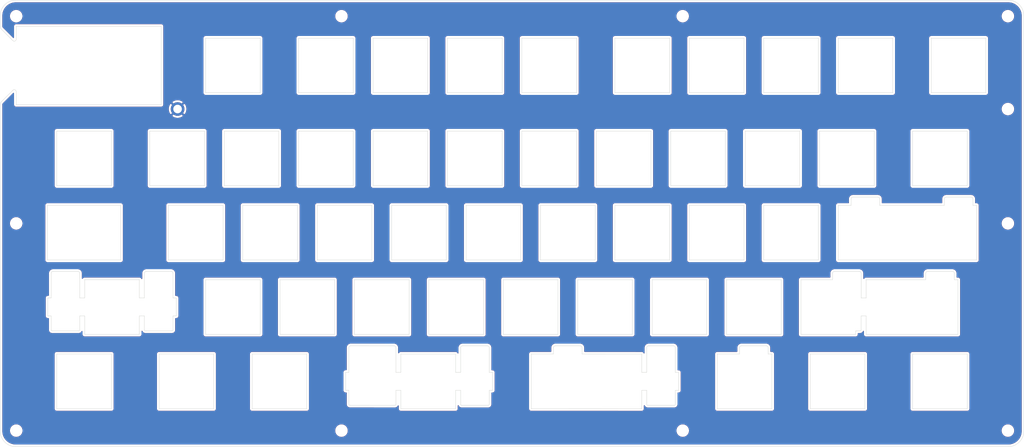
<source format=kicad_pcb>
(kicad_pcb (version 20171130) (host pcbnew "(5.1.9-0-10_14)")
  (layers (0 F.Cu signal) (31 B.Cu signal) (34 B.Paste user) (35 F.Paste user) (36 B.SilkS user) (37 F.SilkS user) (38 B.Mask user) (39 F.Mask user) (44 Edge.Cuts user))
  (net 0 "")
  (net 1 GND)
  (module _reviung-kbd:HOLE_2.2mm (layer F.Cu) (at 21.2325 87.335)
    (fp_text reference Ref** hide)
    (fp_text value Val** hide)
    (pad "" np_thru_hole circle (at 0 0) (size 2.2 2.2) (drill 2.2) (layers *.Cu *.Mask))
  )
  (module _reviung-kbd:HOLE_2.2mm (layer F.Cu) (at 21.2425 140.44)
    (fp_text reference Ref** hide)
    (fp_text value Val** hide)
    (pad "" np_thru_hole circle (at 0 0) (size 2.2 2.2) (drill 2.2) (layers *.Cu *.Mask))
  )
  (module _reviung-kbd:HOLE_2.2mm (layer F.Cu) (at 104.5 140.44)
    (fp_text reference Ref** hide)
    (fp_text value Val** hide)
    (pad "" np_thru_hole circle (at 0 0) (size 2.2 2.2) (drill 2.2) (layers *.Cu *.Mask))
  )
  (module _reviung-kbd:HOLE_2.2mm (layer F.Cu) (at 191.85 140.44)
    (fp_text reference Ref** hide)
    (fp_text value Val** hide)
    (pad "" np_thru_hole circle (at 0 0) (size 2.2 2.2) (drill 2.2) (layers *.Cu *.Mask))
  )
  (module _reviung-kbd:HOLE_2.2mm (layer F.Cu) (at 275.09 140.44)
    (fp_text reference Ref** hide)
    (fp_text value Val** hide)
    (pad "" np_thru_hole circle (at 0 0) (size 2.2 2.2) (drill 2.2) (layers *.Cu *.Mask))
  )
  (module _reviung-kbd:HOLE_2.2mm (layer F.Cu) (at 275.0925 87.335)
    (fp_text reference Ref** hide)
    (fp_text value Val** hide)
    (pad "" np_thru_hole circle (at 0 0) (size 2.2 2.2) (drill 2.2) (layers *.Cu *.Mask))
  )
  (module _reviung-kbd:HOLE_2.2mm (layer F.Cu) (at 275.092499 58.035007)
    (fp_text reference Ref** hide)
    (fp_text value Val** hide)
    (pad "" np_thru_hole circle (at 0 0) (size 2.2 2.2) (drill 2.2) (layers *.Cu *.Mask))
  )
  (module _reviung-kbd:HOLE_2.2mm (layer F.Cu) (at 275.09 34.23)
    (fp_text reference Ref** hide)
    (fp_text value Val** hide)
    (pad "" np_thru_hole circle (at 0 0) (size 2.2 2.2) (drill 2.2) (layers *.Cu *.Mask))
  )
  (module _reviung-kbd:HOLE_2.2mm (layer F.Cu) (at 191.842 34.23)
    (fp_text reference Ref** hide)
    (fp_text value Val** hide)
    (pad "" np_thru_hole circle (at 0 0) (size 2.2 2.2) (drill 2.2) (layers *.Cu *.Mask))
  )
  (module _reviung-kbd:HOLE_2.2mm (layer F.Cu) (at 104.5 34.23)
    (fp_text reference Ref** hide)
    (fp_text value Val** hide)
    (pad "" np_thru_hole circle (at 0 0) (size 2.2 2.2) (drill 2.2) (layers *.Cu *.Mask))
  )
  (module _reviung-kbd:HOLE_2.2mm (layer F.Cu) (at 21.2325 34.23)
    (fp_text reference Ref** hide)
    (fp_text value Val** hide)
    (pad "" np_thru_hole circle (at 0 0) (size 2.2 2.2) (drill 2.2) (layers *.Cu *.Mask))
  )
  (module MountingHole:MountingHole_2.2mm_M2_ISO7380_Pad (layer F.Cu) (at 62.542499 58.025007)
    (fp_text reference H1 hide)
    (fp_text value MountingHole_Pad)
    (pad 1 thru_hole circle (at 0 0) (size 3.5 3.5) (drill 2.2) (layers *.Cu *.Mask) (net 1 GND))
  )
  (gr_curve (pts (xy 279.177509 34.129747) (xy 279.177509 31.920612) (xy 277.386651 30.129754) (xy 275.177516 30.129754)) (layer Edge.Cuts) (width 0.088))
  (gr_curve (pts (xy 279.177509 140.54276) (xy 279.177509 140.54276) (xy 279.177509 34.129747) (xy 279.177509 34.129747)) (layer Edge.Cuts) (width 0.088))
  (gr_curve (pts (xy 275.177516 144.542753) (xy 277.386651 144.542753) (xy 279.177509 142.751895) (xy 279.177509 140.54276)) (layer Edge.Cuts) (width 0.088))
  (gr_curve (pts (xy 21.127519 144.542753) (xy 21.127519 144.542753) (xy 275.177516 144.542753) (xy 275.177516 144.542753)) (layer Edge.Cuts) (width 0.088))
  (gr_curve (pts (xy 17.127526 140.54276) (xy 17.127526 142.751895) (xy 18.918384 144.542753) (xy 21.127519 144.542753)) (layer Edge.Cuts) (width 0.088))
  (gr_curve (pts (xy 17.127526 56.869449) (xy 17.127526 56.869449) (xy 17.127526 140.54276) (xy 17.127526 140.54276)) (layer Edge.Cuts) (width 0.088))
  (gr_curve (pts (xy 17.42042 56.162343) (xy 17.232883 56.349879) (xy 17.127526 56.604233) (xy 17.127526 56.869449)) (layer Edge.Cuts) (width 0.088))
  (gr_curve (pts (xy 20.373486 53.209276) (xy 20.373486 53.209276) (xy 17.42042 56.162343) (xy 17.42042 56.162343)) (layer Edge.Cuts) (width 0.088))
  (gr_curve (pts (xy 21.227039 53.56283) (xy 21.227039 53.117377) (xy 20.688468 52.894294) (xy 20.373486 53.209276)) (layer Edge.Cuts) (width 0.088))
  (gr_curve (pts (xy 21.227039 56.880253) (xy 21.227039 56.880253) (xy 21.227039 53.56283) (xy 21.227039 53.56283)) (layer Edge.Cuts) (width 0.088))
  (gr_curve (pts (xy 58.336014 56.880253) (xy 58.336014 56.880253) (xy 21.227039 56.880253) (xy 21.227039 56.880253)) (layer Edge.Cuts) (width 0.088))
  (gr_curve (pts (xy 58.336014 36.830249) (xy 58.336014 36.830249) (xy 58.336014 56.880253) (xy 58.336014 56.880253)) (layer Edge.Cuts) (width 0.088))
  (gr_curve (pts (xy 21.227039 36.830249) (xy 21.227039 36.830249) (xy 58.336014 36.830249) (xy 58.336014 36.830249)) (layer Edge.Cuts) (width 0.088))
  (gr_curve (pts (xy 21.227039 40.147673) (xy 21.227039 40.147673) (xy 21.227039 36.830249) (xy 21.227039 36.830249)) (layer Edge.Cuts) (width 0.088))
  (gr_curve (pts (xy 20.373486 40.501226) (xy 20.688468 40.816208) (xy 21.227039 40.593125) (xy 21.227039 40.147673)) (layer Edge.Cuts) (width 0.088))
  (gr_curve (pts (xy 17.42042 37.54816) (xy 17.42042 37.54816) (xy 20.373486 40.501226) (xy 20.373486 40.501226)) (layer Edge.Cuts) (width 0.088))
  (gr_curve (pts (xy 17.127526 36.841053) (xy 17.127526 37.106269) (xy 17.232883 37.360623) (xy 17.42042 37.54816)) (layer Edge.Cuts) (width 0.088))
  (gr_curve (pts (xy 17.127526 34.129747) (xy 17.127526 34.129747) (xy 17.127526 36.841053) (xy 17.127526 36.841053)) (layer Edge.Cuts) (width 0.088))
  (gr_curve (pts (xy 21.127519 30.129754) (xy 18.918384 30.129754) (xy 17.127526 31.920612) (xy 17.127526 34.129747)) (layer Edge.Cuts) (width 0.088))
  (gr_curve (pts (xy 275.177516 30.129754) (xy 275.177516 30.129754) (xy 21.127519 30.129754) (xy 21.127519 30.129754)) (layer Edge.Cuts) (width 0.088))
  (gr_curve (pts (xy 250.690014 77.667485) (xy 250.690014 77.667485) (xy 250.690036 63.6675) (xy 250.690036 63.6675)) (layer Edge.Cuts) (width 0.088))
  (gr_curve (pts (xy 264.689999 77.667507) (xy 264.689999 77.667507) (xy 250.690014 77.667485) (xy 250.690014 77.667485)) (layer Edge.Cuts) (width 0.088))
  (gr_curve (pts (xy 264.690021 63.6675) (xy 264.690021 63.6675) (xy 264.689999 77.667507) (xy 264.689999 77.667507)) (layer Edge.Cuts) (width 0.088))
  (gr_curve (pts (xy 250.690036 63.6675) (xy 250.690036 63.6675) (xy 264.690021 63.6675) (xy 264.690021 63.6675)) (layer Edge.Cuts) (width 0.088))
  (gr_curve (pts (xy 231.640014 53.854985) (xy 231.640014 53.854985) (xy 231.640036 39.855) (xy 231.640036 39.855)) (layer Edge.Cuts) (width 0.088))
  (gr_curve (pts (xy 245.639999 53.855007) (xy 245.639999 53.855007) (xy 231.640014 53.854985) (xy 231.640014 53.854985)) (layer Edge.Cuts) (width 0.088))
  (gr_curve (pts (xy 245.640021 39.855) (xy 245.640021 39.855) (xy 245.639999 53.855007) (xy 245.639999 53.855007)) (layer Edge.Cuts) (width 0.088))
  (gr_curve (pts (xy 231.640036 39.855) (xy 231.640036 39.855) (xy 245.640021 39.855) (xy 245.640021 39.855)) (layer Edge.Cuts) (width 0.088))
  (gr_curve (pts (xy 226.877514 77.667485) (xy 226.877514 77.667485) (xy 226.877536 63.6675) (xy 226.877536 63.6675)) (layer Edge.Cuts) (width 0.088))
  (gr_curve (pts (xy 240.877499 77.667507) (xy 240.877499 77.667507) (xy 226.877514 77.667485) (xy 226.877514 77.667485)) (layer Edge.Cuts) (width 0.088))
  (gr_curve (pts (xy 240.877521 63.6675) (xy 240.877521 63.6675) (xy 240.877499 77.667507) (xy 240.877499 77.667507)) (layer Edge.Cuts) (width 0.088))
  (gr_curve (pts (xy 226.877536 63.6675) (xy 226.877536 63.6675) (xy 240.877521 63.6675) (xy 240.877521 63.6675)) (layer Edge.Cuts) (width 0.088))
  (gr_curve (pts (xy 212.590014 53.854985) (xy 212.590014 53.854985) (xy 212.590036 39.855) (xy 212.590036 39.855)) (layer Edge.Cuts) (width 0.088))
  (gr_curve (pts (xy 226.589999 53.855007) (xy 226.589999 53.855007) (xy 212.590014 53.854985) (xy 212.590014 53.854985)) (layer Edge.Cuts) (width 0.088))
  (gr_curve (pts (xy 226.590021 39.855) (xy 226.590021 39.855) (xy 226.589999 53.855007) (xy 226.589999 53.855007)) (layer Edge.Cuts) (width 0.088))
  (gr_curve (pts (xy 212.590036 39.855) (xy 212.590036 39.855) (xy 226.590021 39.855) (xy 226.590021 39.855)) (layer Edge.Cuts) (width 0.088))
  (gr_curve (pts (xy 212.590036 82.7175) (xy 212.590036 82.7175) (xy 226.590021 82.7175) (xy 226.590021 82.7175)) (layer Edge.Cuts) (width 0.088))
  (gr_curve (pts (xy 212.590014 96.717485) (xy 212.590014 96.717485) (xy 212.590036 82.7175) (xy 212.590036 82.7175)) (layer Edge.Cuts) (width 0.088))
  (gr_curve (pts (xy 226.589999 96.717507) (xy 226.589999 96.717507) (xy 212.590014 96.717485) (xy 212.590014 96.717485)) (layer Edge.Cuts) (width 0.088))
  (gr_curve (pts (xy 226.590021 82.7175) (xy 226.590021 82.7175) (xy 226.589999 96.717507) (xy 226.589999 96.717507)) (layer Edge.Cuts) (width 0.088))
  (gr_curve (pts (xy 207.827514 77.667485) (xy 207.827514 77.667485) (xy 207.827536 63.6675) (xy 207.827536 63.6675)) (layer Edge.Cuts) (width 0.088))
  (gr_curve (pts (xy 221.827499 77.667507) (xy 221.827499 77.667507) (xy 207.827514 77.667485) (xy 207.827514 77.667485)) (layer Edge.Cuts) (width 0.088))
  (gr_curve (pts (xy 221.827521 63.6675) (xy 221.827521 63.6675) (xy 221.827499 77.667507) (xy 221.827499 77.667507)) (layer Edge.Cuts) (width 0.088))
  (gr_curve (pts (xy 207.827536 63.6675) (xy 207.827536 63.6675) (xy 221.827521 63.6675) (xy 221.827521 63.6675)) (layer Edge.Cuts) (width 0.088))
  (gr_curve (pts (xy 193.540014 53.854985) (xy 193.540014 53.854985) (xy 193.540036 39.855) (xy 193.540036 39.855)) (layer Edge.Cuts) (width 0.088))
  (gr_curve (pts (xy 207.539999 53.855007) (xy 207.539999 53.855007) (xy 193.540014 53.854985) (xy 193.540014 53.854985)) (layer Edge.Cuts) (width 0.088))
  (gr_curve (pts (xy 207.540021 39.855) (xy 207.540021 39.855) (xy 207.539999 53.855007) (xy 207.539999 53.855007)) (layer Edge.Cuts) (width 0.088))
  (gr_curve (pts (xy 193.540036 39.855) (xy 193.540036 39.855) (xy 207.540021 39.855) (xy 207.540021 39.855)) (layer Edge.Cuts) (width 0.088))
  (gr_curve (pts (xy 193.540036 82.7175) (xy 193.540036 82.7175) (xy 207.540021 82.7175) (xy 207.540021 82.7175)) (layer Edge.Cuts) (width 0.088))
  (gr_curve (pts (xy 193.540014 96.717485) (xy 193.540014 96.717485) (xy 193.540036 82.7175) (xy 193.540036 82.7175)) (layer Edge.Cuts) (width 0.088))
  (gr_curve (pts (xy 207.539999 96.717507) (xy 207.539999 96.717507) (xy 193.540014 96.717485) (xy 193.540014 96.717485)) (layer Edge.Cuts) (width 0.088))
  (gr_curve (pts (xy 207.540021 82.7175) (xy 207.540021 82.7175) (xy 207.539999 96.717507) (xy 207.539999 96.717507)) (layer Edge.Cuts) (width 0.088))
  (gr_curve (pts (xy 188.777514 77.667485) (xy 188.777514 77.667485) (xy 188.777536 63.6675) (xy 188.777536 63.6675)) (layer Edge.Cuts) (width 0.088))
  (gr_curve (pts (xy 202.777499 77.667507) (xy 202.777499 77.667507) (xy 188.777514 77.667485) (xy 188.777514 77.667485)) (layer Edge.Cuts) (width 0.088))
  (gr_curve (pts (xy 202.777521 63.6675) (xy 202.777521 63.6675) (xy 202.777499 77.667507) (xy 202.777499 77.667507)) (layer Edge.Cuts) (width 0.088))
  (gr_curve (pts (xy 188.777536 63.6675) (xy 188.777536 63.6675) (xy 202.777521 63.6675) (xy 202.777521 63.6675)) (layer Edge.Cuts) (width 0.088))
  (gr_curve (pts (xy 174.490014 53.854985) (xy 174.490014 53.854985) (xy 174.490036 39.855) (xy 174.490036 39.855)) (layer Edge.Cuts) (width 0.088))
  (gr_curve (pts (xy 188.489999 53.855007) (xy 188.489999 53.855007) (xy 174.490014 53.854985) (xy 174.490014 53.854985)) (layer Edge.Cuts) (width 0.088))
  (gr_curve (pts (xy 188.490021 39.855) (xy 188.490021 39.855) (xy 188.489999 53.855007) (xy 188.489999 53.855007)) (layer Edge.Cuts) (width 0.088))
  (gr_curve (pts (xy 174.490036 39.855) (xy 174.490036 39.855) (xy 188.490021 39.855) (xy 188.490021 39.855)) (layer Edge.Cuts) (width 0.088))
  (gr_curve (pts (xy 188.489999 96.717507) (xy 188.489999 96.717507) (xy 174.490014 96.717485) (xy 174.490014 96.717485)) (layer Edge.Cuts) (width 0.088))
  (gr_curve (pts (xy 188.490021 82.7175) (xy 188.490021 82.7175) (xy 188.489999 96.717507) (xy 188.489999 96.717507)) (layer Edge.Cuts) (width 0.088))
  (gr_curve (pts (xy 174.490036 82.7175) (xy 174.490036 82.7175) (xy 188.490021 82.7175) (xy 188.490021 82.7175)) (layer Edge.Cuts) (width 0.088))
  (gr_curve (pts (xy 174.490014 96.717485) (xy 174.490014 96.717485) (xy 174.490036 82.7175) (xy 174.490036 82.7175)) (layer Edge.Cuts) (width 0.088))
  (gr_curve (pts (xy 164.965036 101.7675) (xy 164.965036 101.7675) (xy 178.965021 101.7675) (xy 178.965021 101.7675)) (layer Edge.Cuts) (width 0.088))
  (gr_curve (pts (xy 164.965014 115.767485) (xy 164.965014 115.767485) (xy 164.965036 101.7675) (xy 164.965036 101.7675)) (layer Edge.Cuts) (width 0.088))
  (gr_curve (pts (xy 178.964999 115.767507) (xy 178.964999 115.767507) (xy 164.965014 115.767485) (xy 164.965014 115.767485)) (layer Edge.Cuts) (width 0.088))
  (gr_curve (pts (xy 178.965021 101.7675) (xy 178.965021 101.7675) (xy 178.964999 115.767507) (xy 178.964999 115.767507)) (layer Edge.Cuts) (width 0.088))
  (gr_curve (pts (xy 169.727514 77.667485) (xy 169.727514 77.667485) (xy 169.727536 63.6675) (xy 169.727536 63.6675)) (layer Edge.Cuts) (width 0.088))
  (gr_curve (pts (xy 183.727499 77.667507) (xy 183.727499 77.667507) (xy 169.727514 77.667485) (xy 169.727514 77.667485)) (layer Edge.Cuts) (width 0.088))
  (gr_curve (pts (xy 183.727521 63.6675) (xy 183.727521 63.6675) (xy 183.727499 77.667507) (xy 183.727499 77.667507)) (layer Edge.Cuts) (width 0.088))
  (gr_curve (pts (xy 169.727536 63.6675) (xy 169.727536 63.6675) (xy 183.727521 63.6675) (xy 183.727521 63.6675)) (layer Edge.Cuts) (width 0.088))
  (gr_curve (pts (xy 169.440021 82.7175) (xy 169.440021 82.7175) (xy 169.439999 96.717507) (xy 169.439999 96.717507)) (layer Edge.Cuts) (width 0.088))
  (gr_curve (pts (xy 155.440036 82.7175) (xy 155.440036 82.7175) (xy 169.440021 82.7175) (xy 169.440021 82.7175)) (layer Edge.Cuts) (width 0.088))
  (gr_curve (pts (xy 155.440014 96.717485) (xy 155.440014 96.717485) (xy 155.440036 82.7175) (xy 155.440036 82.7175)) (layer Edge.Cuts) (width 0.088))
  (gr_curve (pts (xy 169.439999 96.717507) (xy 169.439999 96.717507) (xy 155.440014 96.717485) (xy 155.440014 96.717485)) (layer Edge.Cuts) (width 0.088))
  (gr_curve (pts (xy 150.677514 53.854985) (xy 150.677514 53.854985) (xy 150.677536 39.855) (xy 150.677536 39.855)) (layer Edge.Cuts) (width 0.088))
  (gr_curve (pts (xy 164.677499 53.855007) (xy 164.677499 53.855007) (xy 150.677514 53.854985) (xy 150.677514 53.854985)) (layer Edge.Cuts) (width 0.088))
  (gr_curve (pts (xy 164.677521 39.855) (xy 164.677521 39.855) (xy 164.677499 53.855007) (xy 164.677499 53.855007)) (layer Edge.Cuts) (width 0.088))
  (gr_curve (pts (xy 150.677536 39.855) (xy 150.677536 39.855) (xy 164.677521 39.855) (xy 164.677521 39.855)) (layer Edge.Cuts) (width 0.088))
  (gr_curve (pts (xy 150.677514 77.667485) (xy 150.677514 77.667485) (xy 150.677536 63.6675) (xy 150.677536 63.6675)) (layer Edge.Cuts) (width 0.088))
  (gr_curve (pts (xy 164.677499 77.667507) (xy 164.677499 77.667507) (xy 150.677514 77.667485) (xy 150.677514 77.667485)) (layer Edge.Cuts) (width 0.088))
  (gr_curve (pts (xy 164.677521 63.6675) (xy 164.677521 63.6675) (xy 164.677499 77.667507) (xy 164.677499 77.667507)) (layer Edge.Cuts) (width 0.088))
  (gr_curve (pts (xy 150.677536 63.6675) (xy 150.677536 63.6675) (xy 164.677521 63.6675) (xy 164.677521 63.6675)) (layer Edge.Cuts) (width 0.088))
  (gr_curve (pts (xy 150.389999 96.717507) (xy 150.389999 96.717507) (xy 136.390014 96.717485) (xy 136.390014 96.717485)) (layer Edge.Cuts) (width 0.088))
  (gr_curve (pts (xy 150.390021 82.7175) (xy 150.390021 82.7175) (xy 150.389999 96.717507) (xy 150.389999 96.717507)) (layer Edge.Cuts) (width 0.088))
  (gr_curve (pts (xy 136.390036 82.7175) (xy 136.390036 82.7175) (xy 150.390021 82.7175) (xy 150.390021 82.7175)) (layer Edge.Cuts) (width 0.088))
  (gr_curve (pts (xy 136.390014 96.717485) (xy 136.390014 96.717485) (xy 136.390036 82.7175) (xy 136.390036 82.7175)) (layer Edge.Cuts) (width 0.088))
  (gr_curve (pts (xy 126.865036 101.7675) (xy 126.865036 101.7675) (xy 140.865021 101.7675) (xy 140.865021 101.7675)) (layer Edge.Cuts) (width 0.088))
  (gr_curve (pts (xy 126.865014 115.767485) (xy 126.865014 115.767485) (xy 126.865036 101.7675) (xy 126.865036 101.7675)) (layer Edge.Cuts) (width 0.088))
  (gr_curve (pts (xy 140.864999 115.767507) (xy 140.864999 115.767507) (xy 126.865014 115.767485) (xy 126.865014 115.767485)) (layer Edge.Cuts) (width 0.088))
  (gr_curve (pts (xy 140.865021 101.7675) (xy 140.865021 101.7675) (xy 140.864999 115.767507) (xy 140.864999 115.767507)) (layer Edge.Cuts) (width 0.088))
  (gr_curve (pts (xy 131.627514 53.854985) (xy 131.627514 53.854985) (xy 131.627536 39.855) (xy 131.627536 39.855)) (layer Edge.Cuts) (width 0.088))
  (gr_curve (pts (xy 145.627499 53.855007) (xy 145.627499 53.855007) (xy 131.627514 53.854985) (xy 131.627514 53.854985)) (layer Edge.Cuts) (width 0.088))
  (gr_curve (pts (xy 145.627521 39.855) (xy 145.627521 39.855) (xy 145.627499 53.855007) (xy 145.627499 53.855007)) (layer Edge.Cuts) (width 0.088))
  (gr_curve (pts (xy 131.627536 39.855) (xy 131.627536 39.855) (xy 145.627521 39.855) (xy 145.627521 39.855)) (layer Edge.Cuts) (width 0.088))
  (gr_curve (pts (xy 131.627514 77.667485) (xy 131.627514 77.667485) (xy 131.627536 63.6675) (xy 131.627536 63.6675)) (layer Edge.Cuts) (width 0.088))
  (gr_curve (pts (xy 145.627499 77.667507) (xy 145.627499 77.667507) (xy 131.627514 77.667485) (xy 131.627514 77.667485)) (layer Edge.Cuts) (width 0.088))
  (gr_curve (pts (xy 145.627521 63.6675) (xy 145.627521 63.6675) (xy 145.627499 77.667507) (xy 145.627499 77.667507)) (layer Edge.Cuts) (width 0.088))
  (gr_curve (pts (xy 131.627536 63.6675) (xy 131.627536 63.6675) (xy 145.627521 63.6675) (xy 145.627521 63.6675)) (layer Edge.Cuts) (width 0.088))
  (gr_curve (pts (xy 131.340021 82.7175) (xy 131.340021 82.7175) (xy 131.339999 96.717507) (xy 131.339999 96.717507)) (layer Edge.Cuts) (width 0.088))
  (gr_curve (pts (xy 117.340036 82.7175) (xy 117.340036 82.7175) (xy 131.340021 82.7175) (xy 131.340021 82.7175)) (layer Edge.Cuts) (width 0.088))
  (gr_curve (pts (xy 117.340014 96.717485) (xy 117.340014 96.717485) (xy 117.340036 82.7175) (xy 117.340036 82.7175)) (layer Edge.Cuts) (width 0.088))
  (gr_curve (pts (xy 131.339999 96.717507) (xy 131.339999 96.717507) (xy 117.340014 96.717485) (xy 117.340014 96.717485)) (layer Edge.Cuts) (width 0.088))
  (gr_curve (pts (xy 107.815036 101.7675) (xy 107.815036 101.7675) (xy 121.815021 101.7675) (xy 121.815021 101.7675)) (layer Edge.Cuts) (width 0.088))
  (gr_curve (pts (xy 107.815014 115.767485) (xy 107.815014 115.767485) (xy 107.815036 101.7675) (xy 107.815036 101.7675)) (layer Edge.Cuts) (width 0.088))
  (gr_curve (pts (xy 121.814999 115.767507) (xy 121.814999 115.767507) (xy 107.815014 115.767485) (xy 107.815014 115.767485)) (layer Edge.Cuts) (width 0.088))
  (gr_curve (pts (xy 121.815021 101.7675) (xy 121.815021 101.7675) (xy 121.814999 115.767507) (xy 121.814999 115.767507)) (layer Edge.Cuts) (width 0.088))
  (gr_curve (pts (xy 112.577514 53.854985) (xy 112.577514 53.854985) (xy 112.577536 39.855) (xy 112.577536 39.855)) (layer Edge.Cuts) (width 0.088))
  (gr_curve (pts (xy 126.577499 53.855007) (xy 126.577499 53.855007) (xy 112.577514 53.854985) (xy 112.577514 53.854985)) (layer Edge.Cuts) (width 0.088))
  (gr_curve (pts (xy 126.577521 39.855) (xy 126.577521 39.855) (xy 126.577499 53.855007) (xy 126.577499 53.855007)) (layer Edge.Cuts) (width 0.088))
  (gr_curve (pts (xy 112.577536 39.855) (xy 112.577536 39.855) (xy 126.577521 39.855) (xy 126.577521 39.855)) (layer Edge.Cuts) (width 0.088))
  (gr_curve (pts (xy 112.577514 77.667485) (xy 112.577514 77.667485) (xy 112.577536 63.6675) (xy 112.577536 63.6675)) (layer Edge.Cuts) (width 0.088))
  (gr_curve (pts (xy 126.577499 77.667507) (xy 126.577499 77.667507) (xy 112.577514 77.667485) (xy 112.577514 77.667485)) (layer Edge.Cuts) (width 0.088))
  (gr_curve (pts (xy 126.577521 63.6675) (xy 126.577521 63.6675) (xy 126.577499 77.667507) (xy 126.577499 77.667507)) (layer Edge.Cuts) (width 0.088))
  (gr_curve (pts (xy 112.577536 63.6675) (xy 112.577536 63.6675) (xy 126.577521 63.6675) (xy 126.577521 63.6675)) (layer Edge.Cuts) (width 0.088))
  (gr_curve (pts (xy 112.290021 82.7175) (xy 112.290021 82.7175) (xy 112.289999 96.717507) (xy 112.289999 96.717507)) (layer Edge.Cuts) (width 0.088))
  (gr_curve (pts (xy 98.290036 82.7175) (xy 98.290036 82.7175) (xy 112.290021 82.7175) (xy 112.290021 82.7175)) (layer Edge.Cuts) (width 0.088))
  (gr_curve (pts (xy 98.290014 96.717485) (xy 98.290014 96.717485) (xy 98.290036 82.7175) (xy 98.290036 82.7175)) (layer Edge.Cuts) (width 0.088))
  (gr_curve (pts (xy 112.289999 96.717507) (xy 112.289999 96.717507) (xy 98.290014 96.717485) (xy 98.290014 96.717485)) (layer Edge.Cuts) (width 0.088))
  (gr_curve (pts (xy 93.527514 53.854985) (xy 93.527514 53.854985) (xy 93.527536 39.855) (xy 93.527536 39.855)) (layer Edge.Cuts) (width 0.088))
  (gr_curve (pts (xy 107.527499 53.855007) (xy 107.527499 53.855007) (xy 93.527514 53.854985) (xy 93.527514 53.854985)) (layer Edge.Cuts) (width 0.088))
  (gr_curve (pts (xy 107.527521 39.855) (xy 107.527521 39.855) (xy 107.527499 53.855007) (xy 107.527499 53.855007)) (layer Edge.Cuts) (width 0.088))
  (gr_curve (pts (xy 93.527536 39.855) (xy 93.527536 39.855) (xy 107.527521 39.855) (xy 107.527521 39.855)) (layer Edge.Cuts) (width 0.088))
  (gr_curve (pts (xy 93.527514 77.667485) (xy 93.527514 77.667485) (xy 93.527536 63.6675) (xy 93.527536 63.6675)) (layer Edge.Cuts) (width 0.088))
  (gr_curve (pts (xy 107.527499 77.667507) (xy 107.527499 77.667507) (xy 93.527514 77.667485) (xy 93.527514 77.667485)) (layer Edge.Cuts) (width 0.088))
  (gr_curve (pts (xy 107.527521 63.6675) (xy 107.527521 63.6675) (xy 107.527499 77.667507) (xy 107.527499 77.667507)) (layer Edge.Cuts) (width 0.088))
  (gr_curve (pts (xy 93.527536 63.6675) (xy 93.527536 63.6675) (xy 107.527521 63.6675) (xy 107.527521 63.6675)) (layer Edge.Cuts) (width 0.088))
  (gr_curve (pts (xy 69.715014 115.767485) (xy 69.715014 115.767485) (xy 69.715036 101.7675) (xy 69.715036 101.7675)) (layer Edge.Cuts) (width 0.088))
  (gr_curve (pts (xy 83.714999 115.767507) (xy 83.714999 115.767507) (xy 69.715014 115.767485) (xy 69.715014 115.767485)) (layer Edge.Cuts) (width 0.088))
  (gr_curve (pts (xy 83.715021 101.7675) (xy 83.715021 101.7675) (xy 83.714999 115.767507) (xy 83.714999 115.767507)) (layer Edge.Cuts) (width 0.088))
  (gr_curve (pts (xy 69.715036 101.7675) (xy 69.715036 101.7675) (xy 83.715021 101.7675) (xy 83.715021 101.7675)) (layer Edge.Cuts) (width 0.088))
  (gr_curve (pts (xy 74.189999 96.717507) (xy 74.189999 96.717507) (xy 60.190014 96.717485) (xy 60.190014 96.717485)) (layer Edge.Cuts) (width 0.088))
  (gr_curve (pts (xy 74.190021 82.7175) (xy 74.190021 82.7175) (xy 74.189999 96.717507) (xy 74.189999 96.717507)) (layer Edge.Cuts) (width 0.088))
  (gr_curve (pts (xy 60.190036 82.7175) (xy 60.190036 82.7175) (xy 74.190021 82.7175) (xy 74.190021 82.7175)) (layer Edge.Cuts) (width 0.088))
  (gr_curve (pts (xy 60.190014 96.717485) (xy 60.190014 96.717485) (xy 60.190036 82.7175) (xy 60.190036 82.7175)) (layer Edge.Cuts) (width 0.088))
  (gr_curve (pts (xy 93.239999 96.717507) (xy 93.239999 96.717507) (xy 79.240014 96.717485) (xy 79.240014 96.717485)) (layer Edge.Cuts) (width 0.088))
  (gr_curve (pts (xy 93.240021 82.7175) (xy 93.240021 82.7175) (xy 93.239999 96.717507) (xy 93.239999 96.717507)) (layer Edge.Cuts) (width 0.088))
  (gr_curve (pts (xy 79.240036 82.7175) (xy 79.240036 82.7175) (xy 93.240021 82.7175) (xy 93.240021 82.7175)) (layer Edge.Cuts) (width 0.088))
  (gr_curve (pts (xy 79.240014 96.717485) (xy 79.240014 96.717485) (xy 79.240036 82.7175) (xy 79.240036 82.7175)) (layer Edge.Cuts) (width 0.088))
  (gr_curve (pts (xy 88.477521 63.6675) (xy 88.477521 63.6675) (xy 88.477499 77.667507) (xy 88.477499 77.667507)) (layer Edge.Cuts) (width 0.088))
  (gr_curve (pts (xy 74.477536 63.6675) (xy 74.477536 63.6675) (xy 88.477521 63.6675) (xy 88.477521 63.6675)) (layer Edge.Cuts) (width 0.088))
  (gr_curve (pts (xy 74.477514 77.667485) (xy 74.477514 77.667485) (xy 74.477536 63.6675) (xy 74.477536 63.6675)) (layer Edge.Cuts) (width 0.088))
  (gr_curve (pts (xy 88.477499 77.667507) (xy 88.477499 77.667507) (xy 74.477514 77.667485) (xy 74.477514 77.667485)) (layer Edge.Cuts) (width 0.088))
  (gr_curve (pts (xy 69.715014 53.854985) (xy 69.715014 53.854985) (xy 69.715036 39.855) (xy 69.715036 39.855)) (layer Edge.Cuts) (width 0.088))
  (gr_curve (pts (xy 83.714999 53.855007) (xy 83.714999 53.855007) (xy 69.715014 53.854985) (xy 69.715014 53.854985)) (layer Edge.Cuts) (width 0.088))
  (gr_curve (pts (xy 83.715021 39.855) (xy 83.715021 39.855) (xy 83.714999 53.855007) (xy 83.714999 53.855007)) (layer Edge.Cuts) (width 0.088))
  (gr_curve (pts (xy 69.715036 39.855) (xy 69.715036 39.855) (xy 83.715021 39.855) (xy 83.715021 39.855)) (layer Edge.Cuts) (width 0.088))
  (gr_curve (pts (xy 55.427514 77.667485) (xy 55.427514 77.667485) (xy 55.427536 63.6675) (xy 55.427536 63.6675)) (layer Edge.Cuts) (width 0.088))
  (gr_curve (pts (xy 69.427499 77.667507) (xy 69.427499 77.667507) (xy 55.427514 77.667485) (xy 55.427514 77.667485)) (layer Edge.Cuts) (width 0.088))
  (gr_curve (pts (xy 69.427521 63.6675) (xy 69.427521 63.6675) (xy 69.427499 77.667507) (xy 69.427499 77.667507)) (layer Edge.Cuts) (width 0.088))
  (gr_curve (pts (xy 55.427536 63.6675) (xy 55.427536 63.6675) (xy 69.427521 63.6675) (xy 69.427521 63.6675)) (layer Edge.Cuts) (width 0.088))
  (gr_curve (pts (xy 31.615014 77.667485) (xy 31.615014 77.667485) (xy 31.615036 63.6675) (xy 31.615036 63.6675)) (layer Edge.Cuts) (width 0.088))
  (gr_curve (pts (xy 45.614999 77.667507) (xy 45.614999 77.667507) (xy 31.615014 77.667485) (xy 31.615014 77.667485)) (layer Edge.Cuts) (width 0.088))
  (gr_curve (pts (xy 45.615021 63.6675) (xy 45.615021 63.6675) (xy 45.614999 77.667507) (xy 45.614999 77.667507)) (layer Edge.Cuts) (width 0.088))
  (gr_curve (pts (xy 31.615036 63.6675) (xy 31.615036 63.6675) (xy 45.615021 63.6675) (xy 45.615021 63.6675)) (layer Edge.Cuts) (width 0.088))
  (gr_curve (pts (xy 29.233517 96.717227) (xy 29.233517 96.717227) (xy 29.233517 82.717242) (xy 29.233517 82.717242)) (layer Edge.Cuts) (width 0.088))
  (gr_curve (pts (xy 47.996249 96.717507) (xy 47.996249 96.717507) (xy 29.233517 96.717227) (xy 29.233517 96.717227)) (layer Edge.Cuts) (width 0.088))
  (gr_curve (pts (xy 47.996271 82.7175) (xy 47.996271 82.7175) (xy 47.996249 96.717507) (xy 47.996249 96.717507)) (layer Edge.Cuts) (width 0.088))
  (gr_curve (pts (xy 29.233517 82.717242) (xy 29.233517 82.717242) (xy 47.996271 82.7175) (xy 47.996271 82.7175)) (layer Edge.Cuts) (width 0.088))
  (gr_curve (pts (xy 45.615021 120.8175) (xy 45.615021 120.8175) (xy 45.614999 134.817507) (xy 45.614999 134.817507)) (layer Edge.Cuts) (width 0.088))
  (gr_curve (pts (xy 31.615036 120.8175) (xy 31.615036 120.8175) (xy 45.615021 120.8175) (xy 45.615021 120.8175)) (layer Edge.Cuts) (width 0.088))
  (gr_curve (pts (xy 31.615014 134.817485) (xy 31.615014 134.817485) (xy 31.615036 120.8175) (xy 31.615036 120.8175)) (layer Edge.Cuts) (width 0.088))
  (gr_curve (pts (xy 45.614999 134.817507) (xy 45.614999 134.817507) (xy 31.615014 134.817485) (xy 31.615014 134.817485)) (layer Edge.Cuts) (width 0.088))
  (gr_curve (pts (xy 54.296898 114.889524) (xy 54.158836 114.889524) (xy 54.046914 114.77758) (xy 54.046914 114.639518)) (layer Edge.Cuts) (width 0.088))
  (gr_curve (pts (xy 61.121848 114.889546) (xy 61.121848 114.889546) (xy 54.296898 114.889524) (xy 54.296898 114.889524)) (layer Edge.Cuts) (width 0.088))
  (gr_curve (pts (xy 61.371854 114.63954) (xy 61.371854 114.777602) (xy 61.259932 114.889546) (xy 61.121848 114.889546)) (layer Edge.Cuts) (width 0.088))
  (gr_curve (pts (xy 61.371854 111.051645) (xy 61.371854 111.051645) (xy 61.371854 114.63954) (xy 61.371854 114.63954)) (layer Edge.Cuts) (width 0.088))
  (gr_curve (pts (xy 62.207204 111.051645) (xy 62.207204 111.051645) (xy 61.371854 111.051645) (xy 61.371854 111.051645)) (layer Edge.Cuts) (width 0.088))
  (gr_curve (pts (xy 62.207225 106.460646) (xy 62.207225 106.460646) (xy 62.207204 111.051645) (xy 62.207204 111.051645)) (layer Edge.Cuts) (width 0.088))
  (gr_curve (pts (xy 61.371876 106.460646) (xy 61.371876 106.460646) (xy 62.207225 106.460646) (xy 62.207225 106.460646)) (layer Edge.Cuts) (width 0.088))
  (gr_curve (pts (xy 61.371897 100.124706) (xy 61.371897 100.124706) (xy 61.371876 106.460646) (xy 61.371876 106.460646)) (layer Edge.Cuts) (width 0.088))
  (gr_curve (pts (xy 60.871906 99.624694) (xy 61.148031 99.624694) (xy 61.371897 99.84856) (xy 61.371897 100.124706)) (layer Edge.Cuts) (width 0.088))
  (gr_curve (pts (xy 54.546948 99.624694) (xy 54.546948 99.624694) (xy 60.871906 99.624694) (xy 60.871906 99.624694)) (layer Edge.Cuts) (width 0.088))
  (gr_curve (pts (xy 54.046957 100.124685) (xy 54.046957 99.848539) (xy 54.270802 99.624672) (xy 54.546948 99.624694)) (layer Edge.Cuts) (width 0.088))
  (gr_curve (pts (xy 54.046935 106.443033) (xy 54.046935 106.443033) (xy 54.046957 100.124685) (xy 54.046957 100.124685)) (layer Edge.Cuts) (width 0.088))
  (gr_curve (pts (xy 52.758512 106.443033) (xy 52.758512 106.443033) (xy 54.046935 106.443033) (xy 54.046935 106.443033)) (layer Edge.Cuts) (width 0.088))
  (gr_curve (pts (xy 52.758512 101.756153) (xy 52.758512 101.756153) (xy 52.758512 106.443033) (xy 52.758512 106.443033)) (layer Edge.Cuts) (width 0.088))
  (gr_curve (pts (xy 38.758527 101.756153) (xy 38.758527 101.756153) (xy 52.758512 101.756153) (xy 52.758512 101.756153)) (layer Edge.Cuts) (width 0.088))
  (gr_curve (pts (xy 38.758527 106.460646) (xy 38.758527 106.460646) (xy 38.758527 101.756153) (xy 38.758527 101.756153)) (layer Edge.Cuts) (width 0.088))
  (gr_curve (pts (xy 37.493036 106.460646) (xy 37.493036 106.460646) (xy 38.758527 106.460646) (xy 38.758527 106.460646)) (layer Edge.Cuts) (width 0.088))
  (gr_curve (pts (xy 37.493058 100.124706) (xy 37.493058 100.124706) (xy 37.493036 106.460646) (xy 37.493036 106.460646)) (layer Edge.Cuts) (width 0.088))
  (gr_curve (pts (xy 36.993067 99.624694) (xy 37.269191 99.624694) (xy 37.493058 99.84856) (xy 37.493058 100.124706)) (layer Edge.Cuts) (width 0.088))
  (gr_curve (pts (xy 30.668108 99.624694) (xy 30.668108 99.624694) (xy 36.993067 99.624694) (xy 36.993067 99.624694)) (layer Edge.Cuts) (width 0.088))
  (gr_curve (pts (xy 30.168117 100.124685) (xy 30.168117 99.848539) (xy 30.391962 99.624672) (xy 30.668108 99.624694)) (layer Edge.Cuts) (width 0.088))
  (gr_curve (pts (xy 30.168096 106.443033) (xy 30.168096 106.443033) (xy 30.168117 100.124685) (xy 30.168117 100.124685)) (layer Edge.Cuts) (width 0.088))
  (gr_curve (pts (xy 29.332724 106.443033) (xy 29.332724 106.443033) (xy 30.168096 106.443033) (xy 30.168096 106.443033)) (layer Edge.Cuts) (width 0.088))
  (gr_curve (pts (xy 29.332724 111.054164) (xy 29.332724 111.054164) (xy 29.332724 106.443033) (xy 29.332724 106.443033)) (layer Edge.Cuts) (width 0.088))
  (gr_curve (pts (xy 30.168096 111.054164) (xy 30.168096 111.054164) (xy 29.332724 111.054164) (xy 29.332724 111.054164)) (layer Edge.Cuts) (width 0.088))
  (gr_curve (pts (xy 30.168074 114.639518) (xy 30.168074 114.639518) (xy 30.168096 111.054164) (xy 30.168096 111.054164)) (layer Edge.Cuts) (width 0.088))
  (gr_curve (pts (xy 30.418059 114.889524) (xy 30.279997 114.889524) (xy 30.168074 114.77758) (xy 30.168074 114.639518)) (layer Edge.Cuts) (width 0.088))
  (gr_curve (pts (xy 37.243008 114.889546) (xy 37.243008 114.889546) (xy 30.418059 114.889524) (xy 30.418059 114.889524)) (layer Edge.Cuts) (width 0.088))
  (gr_curve (pts (xy 37.493014 114.63954) (xy 37.493014 114.777602) (xy 37.381092 114.889546) (xy 37.243008 114.889546)) (layer Edge.Cuts) (width 0.088))
  (gr_curve (pts (xy 37.493036 111.051645) (xy 37.493036 111.051645) (xy 37.493014 114.63954) (xy 37.493014 114.63954)) (layer Edge.Cuts) (width 0.088))
  (gr_curve (pts (xy 38.758527 111.051645) (xy 38.758527 111.051645) (xy 37.493036 111.051645) (xy 37.493036 111.051645)) (layer Edge.Cuts) (width 0.088))
  (gr_curve (pts (xy 38.758527 115.75616) (xy 38.758527 115.75616) (xy 38.758527 111.051645) (xy 38.758527 111.051645)) (layer Edge.Cuts) (width 0.088))
  (gr_curve (pts (xy 52.758512 115.75616) (xy 52.758512 115.75616) (xy 38.758527 115.75616) (xy 38.758527 115.75616)) (layer Edge.Cuts) (width 0.088))
  (gr_curve (pts (xy 52.758512 111.054164) (xy 52.758512 111.054164) (xy 52.758512 115.75616) (xy 52.758512 115.75616)) (layer Edge.Cuts) (width 0.088))
  (gr_curve (pts (xy 54.046914 111.054164) (xy 54.046914 111.054164) (xy 52.758512 111.054164) (xy 52.758512 111.054164)) (layer Edge.Cuts) (width 0.088))
  (gr_curve (pts (xy 54.046914 114.639518) (xy 54.046914 114.639518) (xy 54.046914 111.054164) (xy 54.046914 111.054164)) (layer Edge.Cuts) (width 0.088))
  (gr_curve (pts (xy 71.808771 120.8175) (xy 71.808771 120.8175) (xy 71.808749 134.817507) (xy 71.808749 134.817507)) (layer Edge.Cuts) (width 0.088))
  (gr_curve (pts (xy 57.808764 120.8175) (xy 57.808764 120.8175) (xy 71.808771 120.8175) (xy 71.808771 120.8175)) (layer Edge.Cuts) (width 0.088))
  (gr_curve (pts (xy 57.808764 134.817485) (xy 57.808764 134.817485) (xy 57.808764 120.8175) (xy 57.808764 120.8175)) (layer Edge.Cuts) (width 0.088))
  (gr_curve (pts (xy 71.808749 134.817507) (xy 71.808749 134.817507) (xy 57.808764 134.817485) (xy 57.808764 134.817485)) (layer Edge.Cuts) (width 0.088))
  (gr_curve (pts (xy 95.621271 120.8175) (xy 95.621271 120.8175) (xy 95.621249 134.817507) (xy 95.621249 134.817507)) (layer Edge.Cuts) (width 0.088))
  (gr_curve (pts (xy 81.621264 120.8175) (xy 81.621264 120.8175) (xy 95.621271 120.8175) (xy 95.621271 120.8175)) (layer Edge.Cuts) (width 0.088))
  (gr_curve (pts (xy 81.621264 134.817485) (xy 81.621264 134.817485) (xy 81.621264 120.8175) (xy 81.621264 120.8175)) (layer Edge.Cuts) (width 0.088))
  (gr_curve (pts (xy 95.621249 134.817507) (xy 95.621249 134.817507) (xy 81.621264 134.817485) (xy 81.621264 134.817485)) (layer Edge.Cuts) (width 0.088))
  (gr_curve (pts (xy 102.765021 101.7675) (xy 102.765021 101.7675) (xy 102.764999 115.767507) (xy 102.764999 115.767507)) (layer Edge.Cuts) (width 0.088))
  (gr_curve (pts (xy 88.765036 101.7675) (xy 88.765036 101.7675) (xy 102.765021 101.7675) (xy 102.765021 101.7675)) (layer Edge.Cuts) (width 0.088))
  (gr_curve (pts (xy 88.765014 115.767485) (xy 88.765014 115.767485) (xy 88.765036 101.7675) (xy 88.765036 101.7675)) (layer Edge.Cuts) (width 0.088))
  (gr_curve (pts (xy 102.764999 115.767507) (xy 102.764999 115.767507) (xy 88.765014 115.767485) (xy 88.765014 115.767485)) (layer Edge.Cuts) (width 0.088))
  (gr_curve (pts (xy 143.155988 125.530864) (xy 143.155988 125.530864) (xy 143.155966 130.121863) (xy 143.155966 130.121863)) (layer Edge.Cuts) (width 0.088))
  (gr_curve (pts (xy 142.320638 125.530864) (xy 142.320638 125.530864) (xy 143.155988 125.530864) (xy 143.155988 125.530864)) (layer Edge.Cuts) (width 0.088))
  (gr_curve (pts (xy 142.32066 119.194925) (xy 142.32066 119.194925) (xy 142.320638 125.530864) (xy 142.320638 125.530864)) (layer Edge.Cuts) (width 0.088))
  (gr_curve (pts (xy 141.820669 118.694912) (xy 142.096793 118.694912) (xy 142.32066 118.918779) (xy 142.32066 119.194925)) (layer Edge.Cuts) (width 0.088))
  (gr_curve (pts (xy 135.49571 118.694912) (xy 135.49571 118.694912) (xy 141.820669 118.694912) (xy 141.820669 118.694912)) (layer Edge.Cuts) (width 0.088))
  (gr_curve (pts (xy 134.995719 119.194903) (xy 134.995719 118.918757) (xy 135.219564 118.694891) (xy 135.49571 118.694912)) (layer Edge.Cuts) (width 0.088))
  (gr_curve (pts (xy 134.995698 125.513251) (xy 134.995698 125.513251) (xy 134.995719 119.194903) (xy 134.995719 119.194903)) (layer Edge.Cuts) (width 0.088))
  (gr_curve (pts (xy 133.707275 125.513251) (xy 133.707275 125.513251) (xy 134.995698 125.513251) (xy 134.995698 125.513251)) (layer Edge.Cuts) (width 0.088))
  (gr_curve (pts (xy 133.707275 120.826371) (xy 133.707275 120.826371) (xy 133.707275 125.513251) (xy 133.707275 125.513251)) (layer Edge.Cuts) (width 0.088))
  (gr_curve (pts (xy 119.70729 120.826371) (xy 119.70729 120.826371) (xy 133.707275 120.826371) (xy 133.707275 120.826371)) (layer Edge.Cuts) (width 0.088))
  (gr_curve (pts (xy 119.70729 125.530864) (xy 119.70729 125.530864) (xy 119.70729 120.826371) (xy 119.70729 120.826371)) (layer Edge.Cuts) (width 0.088))
  (gr_curve (pts (xy 118.441799 125.530864) (xy 118.441799 125.530864) (xy 119.70729 125.530864) (xy 119.70729 125.530864)) (layer Edge.Cuts) (width 0.088))
  (gr_curve (pts (xy 118.44182 119.194925) (xy 118.44182 119.194925) (xy 118.441799 125.530864) (xy 118.441799 125.530864)) (layer Edge.Cuts) (width 0.088))
  (gr_curve (pts (xy 117.941829 118.694912) (xy 118.217954 118.694912) (xy 118.44182 118.918779) (xy 118.44182 119.194925)) (layer Edge.Cuts) (width 0.088))
  (gr_curve (pts (xy 106.8933 118.682531) (xy 106.8933 118.682531) (xy 117.941829 118.694912) (xy 117.941829 118.694912)) (layer Edge.Cuts) (width 0.088))
  (gr_curve (pts (xy 106.393309 119.182544) (xy 106.393309 118.906398) (xy 106.617154 118.682531) (xy 106.8933 118.682531)) (layer Edge.Cuts) (width 0.088))
  (gr_curve (pts (xy 106.393288 125.500892) (xy 106.393288 125.500892) (xy 106.393309 119.182544) (xy 106.393309 119.182544)) (layer Edge.Cuts) (width 0.088))
  (gr_curve (pts (xy 105.557917 125.500892) (xy 105.557917 125.500892) (xy 106.393288 125.500892) (xy 106.393288 125.500892)) (layer Edge.Cuts) (width 0.088))
  (gr_curve (pts (xy 105.557917 130.112023) (xy 105.557917 130.112023) (xy 105.557917 125.500892) (xy 105.557917 125.500892)) (layer Edge.Cuts) (width 0.088))
  (gr_curve (pts (xy 106.393288 130.112023) (xy 106.393288 130.112023) (xy 105.557917 130.112023) (xy 105.557917 130.112023)) (layer Edge.Cuts) (width 0.088))
  (gr_curve (pts (xy 106.393266 133.697377) (xy 106.393266 133.697377) (xy 106.393288 130.112023) (xy 106.393288 130.112023)) (layer Edge.Cuts) (width 0.088))
  (gr_curve (pts (xy 106.643251 133.947383) (xy 106.505189 133.947383) (xy 106.393266 133.835439) (xy 106.393266 133.697377)) (layer Edge.Cuts) (width 0.088))
  (gr_curve (pts (xy 118.191771 133.959764) (xy 118.191771 133.959764) (xy 106.643251 133.947383) (xy 106.643251 133.947383)) (layer Edge.Cuts) (width 0.088))
  (gr_curve (pts (xy 118.441777 133.709758) (xy 118.441777 133.84782) (xy 118.329855 133.959764) (xy 118.191771 133.959764)) (layer Edge.Cuts) (width 0.088))
  (gr_curve (pts (xy 118.441799 130.121863) (xy 118.441799 130.121863) (xy 118.441777 133.709758) (xy 118.441777 133.709758)) (layer Edge.Cuts) (width 0.088))
  (gr_curve (pts (xy 119.70729 130.121863) (xy 119.70729 130.121863) (xy 118.441799 130.121863) (xy 118.441799 130.121863)) (layer Edge.Cuts) (width 0.088))
  (gr_curve (pts (xy 119.70729 134.826378) (xy 119.70729 134.826378) (xy 119.70729 130.121863) (xy 119.70729 130.121863)) (layer Edge.Cuts) (width 0.088))
  (gr_curve (pts (xy 133.707275 134.826378) (xy 133.707275 134.826378) (xy 119.70729 134.826378) (xy 119.70729 134.826378)) (layer Edge.Cuts) (width 0.088))
  (gr_curve (pts (xy 133.707275 130.124382) (xy 133.707275 130.124382) (xy 133.707275 134.826378) (xy 133.707275 134.826378)) (layer Edge.Cuts) (width 0.088))
  (gr_curve (pts (xy 134.995676 130.124382) (xy 134.995676 130.124382) (xy 133.707275 130.124382) (xy 133.707275 130.124382)) (layer Edge.Cuts) (width 0.088))
  (gr_curve (pts (xy 134.995676 133.709736) (xy 134.995676 133.709736) (xy 134.995676 130.124382) (xy 134.995676 130.124382)) (layer Edge.Cuts) (width 0.088))
  (gr_curve (pts (xy 135.245661 133.959743) (xy 135.107599 133.959743) (xy 134.995676 133.847799) (xy 134.995676 133.709736)) (layer Edge.Cuts) (width 0.088))
  (gr_curve (pts (xy 142.07061 133.959764) (xy 142.07061 133.959764) (xy 135.245661 133.959743) (xy 135.245661 133.959743)) (layer Edge.Cuts) (width 0.088))
  (gr_curve (pts (xy 142.320617 133.709758) (xy 142.320617 133.84782) (xy 142.208694 133.959764) (xy 142.07061 133.959764)) (layer Edge.Cuts) (width 0.088))
  (gr_curve (pts (xy 142.320617 130.121863) (xy 142.320617 130.121863) (xy 142.320617 133.709758) (xy 142.320617 133.709758)) (layer Edge.Cuts) (width 0.088))
  (gr_curve (pts (xy 143.155966 130.121863) (xy 143.155966 130.121863) (xy 142.320617 130.121863) (xy 142.320617 130.121863)) (layer Edge.Cuts) (width 0.088))
  (gr_curve (pts (xy 145.915014 115.767485) (xy 145.915014 115.767485) (xy 145.915036 101.7675) (xy 145.915036 101.7675)) (layer Edge.Cuts) (width 0.088))
  (gr_curve (pts (xy 159.914999 115.767507) (xy 159.914999 115.767507) (xy 145.915014 115.767485) (xy 145.915014 115.767485)) (layer Edge.Cuts) (width 0.088))
  (gr_curve (pts (xy 159.915021 101.7675) (xy 159.915021 101.7675) (xy 159.914999 115.767507) (xy 159.914999 115.767507)) (layer Edge.Cuts) (width 0.088))
  (gr_curve (pts (xy 145.915036 101.7675) (xy 145.915036 101.7675) (xy 159.915021 101.7675) (xy 159.915021 101.7675)) (layer Edge.Cuts) (width 0.088))
  (gr_curve (pts (xy 189.96099 130.121863) (xy 189.96099 130.121863) (xy 189.96099 133.709758) (xy 189.96099 133.709758)) (layer Edge.Cuts) (width 0.088))
  (gr_curve (pts (xy 190.79634 130.121863) (xy 190.79634 130.121863) (xy 189.96099 130.121863) (xy 189.96099 130.121863)) (layer Edge.Cuts) (width 0.088))
  (gr_curve (pts (xy 190.796362 125.530864) (xy 190.796362 125.530864) (xy 190.79634 130.121863) (xy 190.79634 130.121863)) (layer Edge.Cuts) (width 0.088))
  (gr_curve (pts (xy 189.961012 125.530864) (xy 189.961012 125.530864) (xy 190.796362 125.530864) (xy 190.796362 125.530864)) (layer Edge.Cuts) (width 0.088))
  (gr_curve (pts (xy 189.961034 119.194925) (xy 189.961034 119.194925) (xy 189.961012 125.530864) (xy 189.961012 125.530864)) (layer Edge.Cuts) (width 0.088))
  (gr_curve (pts (xy 189.461043 118.694912) (xy 189.737167 118.694912) (xy 189.961034 118.918779) (xy 189.961034 119.194925)) (layer Edge.Cuts) (width 0.088))
  (gr_curve (pts (xy 183.136084 118.694912) (xy 183.136084 118.694912) (xy 189.461043 118.694912) (xy 189.461043 118.694912)) (layer Edge.Cuts) (width 0.088))
  (gr_curve (pts (xy 182.636093 119.194903) (xy 182.636093 118.918757) (xy 182.859938 118.694891) (xy 183.136084 118.694912)) (layer Edge.Cuts) (width 0.088))
  (gr_curve (pts (xy 182.636072 125.513251) (xy 182.636072 125.513251) (xy 182.636093 119.194903) (xy 182.636093 119.194903)) (layer Edge.Cuts) (width 0.088))
  (gr_curve (pts (xy 181.347649 125.513251) (xy 181.347649 125.513251) (xy 182.636072 125.513251) (xy 182.636072 125.513251)) (layer Edge.Cuts) (width 0.088))
  (gr_curve (pts (xy 181.347649 120.826371) (xy 181.347649 120.826371) (xy 181.347649 125.513251) (xy 181.347649 125.513251)) (layer Edge.Cuts) (width 0.088))
  (gr_curve (pts (xy 166.082194 120.817414) (xy 166.082194 120.817414) (xy 181.347649 120.826371) (xy 181.347649 120.826371)) (layer Edge.Cuts) (width 0.088))
  (gr_curve (pts (xy 166.082194 119.194925) (xy 166.082194 119.194925) (xy 166.082194 120.817414) (xy 166.082194 120.817414)) (layer Edge.Cuts) (width 0.088))
  (gr_curve (pts (xy 165.582203 118.694912) (xy 165.858327 118.694912) (xy 166.082194 118.918779) (xy 166.082194 119.194925)) (layer Edge.Cuts) (width 0.088))
  (gr_curve (pts (xy 159.257244 118.694912) (xy 159.257244 118.694912) (xy 165.582203 118.694912) (xy 165.582203 118.694912)) (layer Edge.Cuts) (width 0.088))
  (gr_curve (pts (xy 158.757253 119.194903) (xy 158.757253 118.918757) (xy 158.981099 118.694891) (xy 159.257244 118.694912)) (layer Edge.Cuts) (width 0.088))
  (gr_curve (pts (xy 158.757253 120.817392) (xy 158.757253 120.817392) (xy 158.757253 119.194903) (xy 158.757253 119.194903)) (layer Edge.Cuts) (width 0.088))
  (gr_curve (pts (xy 153.058786 120.817371) (xy 153.058786 120.817371) (xy 158.757253 120.817392) (xy 158.757253 120.817392)) (layer Edge.Cuts) (width 0.088))
  (gr_curve (pts (xy 153.058764 134.817356) (xy 153.058764 134.817356) (xy 153.058786 120.817371) (xy 153.058786 120.817371)) (layer Edge.Cuts) (width 0.088))
  (gr_curve (pts (xy 181.347649 134.826378) (xy 181.347649 134.826378) (xy 153.058764 134.817356) (xy 153.058764 134.817356)) (layer Edge.Cuts) (width 0.088))
  (gr_curve (pts (xy 181.347649 130.124382) (xy 181.347649 130.124382) (xy 181.347649 134.826378) (xy 181.347649 134.826378)) (layer Edge.Cuts) (width 0.088))
  (gr_curve (pts (xy 182.63605 130.124382) (xy 182.63605 130.124382) (xy 181.347649 130.124382) (xy 181.347649 130.124382)) (layer Edge.Cuts) (width 0.088))
  (gr_curve (pts (xy 182.63605 133.709736) (xy 182.63605 133.709736) (xy 182.63605 130.124382) (xy 182.63605 130.124382)) (layer Edge.Cuts) (width 0.088))
  (gr_curve (pts (xy 182.886035 133.959743) (xy 182.747973 133.959743) (xy 182.63605 133.847799) (xy 182.63605 133.709736)) (layer Edge.Cuts) (width 0.088))
  (gr_curve (pts (xy 189.710984 133.959764) (xy 189.710984 133.959764) (xy 182.886035 133.959743) (xy 182.886035 133.959743)) (layer Edge.Cuts) (width 0.088))
  (gr_curve (pts (xy 189.96099 133.709758) (xy 189.96099 133.84782) (xy 189.849068 133.959764) (xy 189.710984 133.959764)) (layer Edge.Cuts) (width 0.088))
  (gr_curve (pts (xy 198.015021 101.7675) (xy 198.015021 101.7675) (xy 198.014999 115.767507) (xy 198.014999 115.767507)) (layer Edge.Cuts) (width 0.088))
  (gr_curve (pts (xy 184.015036 101.7675) (xy 184.015036 101.7675) (xy 198.015021 101.7675) (xy 198.015021 101.7675)) (layer Edge.Cuts) (width 0.088))
  (gr_curve (pts (xy 184.015014 115.767485) (xy 184.015014 115.767485) (xy 184.015036 101.7675) (xy 184.015036 101.7675)) (layer Edge.Cuts) (width 0.088))
  (gr_curve (pts (xy 198.014999 115.767507) (xy 198.014999 115.767507) (xy 184.015014 115.767485) (xy 184.015014 115.767485)) (layer Edge.Cuts) (width 0.088))
  (gr_curve (pts (xy 214.683771 120.8175) (xy 214.683771 120.8175) (xy 214.683749 134.817485) (xy 214.683749 134.817485)) (layer Edge.Cuts) (width 0.088))
  (gr_curve (pts (xy 213.710854 120.8175) (xy 213.710854 120.8175) (xy 214.683771 120.8175) (xy 214.683771 120.8175)) (layer Edge.Cuts) (width 0.088))
  (gr_curve (pts (xy 213.710854 119.188444) (xy 213.710854 119.188444) (xy 213.710854 120.8175) (xy 213.710854 120.8175)) (layer Edge.Cuts) (width 0.088))
  (gr_curve (pts (xy 213.210863 118.688431) (xy 213.486988 118.688431) (xy 213.710854 118.912298) (xy 213.710854 119.188444)) (layer Edge.Cuts) (width 0.088))
  (gr_curve (pts (xy 206.885905 118.68841) (xy 206.885905 118.68841) (xy 213.210863 118.688431) (xy 213.210863 118.688431)) (layer Edge.Cuts) (width 0.088))
  (gr_curve (pts (xy 206.385914 119.188422) (xy 206.385914 118.912276) (xy 206.609759 118.68841) (xy 206.885905 118.68841)) (layer Edge.Cuts) (width 0.088))
  (gr_curve (pts (xy 206.385914 120.817479) (xy 206.385914 120.817479) (xy 206.385914 119.188422) (xy 206.385914 119.188422)) (layer Edge.Cuts) (width 0.088))
  (gr_curve (pts (xy 200.683764 120.817479) (xy 200.683764 120.817479) (xy 206.385914 120.817479) (xy 206.385914 120.817479)) (layer Edge.Cuts) (width 0.088))
  (gr_curve (pts (xy 200.683764 134.817464) (xy 200.683764 134.817464) (xy 200.683764 120.817479) (xy 200.683764 120.817479)) (layer Edge.Cuts) (width 0.088))
  (gr_curve (pts (xy 214.683749 134.817485) (xy 214.683749 134.817485) (xy 200.683764 134.817464) (xy 200.683764 134.817464)) (layer Edge.Cuts) (width 0.088))
  (gr_curve (pts (xy 217.065021 101.7675) (xy 217.065021 101.7675) (xy 217.064999 115.767507) (xy 217.064999 115.767507)) (layer Edge.Cuts) (width 0.088))
  (gr_curve (pts (xy 203.065036 101.7675) (xy 203.065036 101.7675) (xy 217.065021 101.7675) (xy 217.065021 101.7675)) (layer Edge.Cuts) (width 0.088))
  (gr_curve (pts (xy 203.065014 115.767485) (xy 203.065014 115.767485) (xy 203.065036 101.7675) (xy 203.065036 101.7675)) (layer Edge.Cuts) (width 0.088))
  (gr_curve (pts (xy 217.064999 115.767507) (xy 217.064999 115.767507) (xy 203.065014 115.767485) (xy 203.065014 115.767485)) (layer Edge.Cuts) (width 0.088))
  (gr_curve (pts (xy 238.496271 120.817522) (xy 238.496271 120.817522) (xy 238.496249 134.817507) (xy 238.496249 134.817507)) (layer Edge.Cuts) (width 0.088))
  (gr_curve (pts (xy 224.496264 120.8175) (xy 224.496264 120.8175) (xy 238.496271 120.817522) (xy 238.496271 120.817522)) (layer Edge.Cuts) (width 0.088))
  (gr_curve (pts (xy 224.496264 134.817485) (xy 224.496264 134.817485) (xy 224.496264 120.8175) (xy 224.496264 120.8175)) (layer Edge.Cuts) (width 0.088))
  (gr_curve (pts (xy 238.496249 134.817507) (xy 238.496249 134.817507) (xy 224.496264 134.817485) (xy 224.496264 134.817485)) (layer Edge.Cuts) (width 0.088))
  (gr_curve (pts (xy 238.790517 111.051645) (xy 238.790517 111.051645) (xy 237.507557 111.051645) (xy 237.507557 111.051645)) (layer Edge.Cuts) (width 0.088))
  (gr_curve (pts (xy 238.790517 115.767253) (xy 238.790517 115.767253) (xy 238.790517 111.051645) (xy 238.790517 111.051645)) (layer Edge.Cuts) (width 0.088))
  (gr_curve (pts (xy 262.308749 115.767507) (xy 262.308749 115.767507) (xy 238.790517 115.767253) (xy 238.790517 115.767253)) (layer Edge.Cuts) (width 0.088))
  (gr_curve (pts (xy 262.308771 101.7675) (xy 262.308771 101.7675) (xy 262.308749 115.767507) (xy 262.308749 115.767507)) (layer Edge.Cuts) (width 0.088))
  (gr_curve (pts (xy 261.386419 101.7675) (xy 261.386419 101.7675) (xy 262.308771 101.7675) (xy 262.308771 101.7675)) (layer Edge.Cuts) (width 0.088))
  (gr_curve (pts (xy 261.386419 100.124706) (xy 261.386419 100.124706) (xy 261.386419 101.7675) (xy 261.386419 101.7675)) (layer Edge.Cuts) (width 0.088))
  (gr_curve (pts (xy 260.886428 99.624694) (xy 261.162552 99.624694) (xy 261.386419 99.84856) (xy 261.386419 100.124706)) (layer Edge.Cuts) (width 0.088))
  (gr_curve (pts (xy 254.561469 99.624694) (xy 254.561469 99.624694) (xy 260.886428 99.624694) (xy 260.886428 99.624694)) (layer Edge.Cuts) (width 0.088))
  (gr_curve (pts (xy 254.061478 100.124685) (xy 254.061478 99.848539) (xy 254.285323 99.624672) (xy 254.561469 99.624694)) (layer Edge.Cuts) (width 0.088))
  (gr_curve (pts (xy 254.061478 101.7675) (xy 254.061478 101.7675) (xy 254.061478 100.124685) (xy 254.061478 100.124685)) (layer Edge.Cuts) (width 0.088))
  (gr_curve (pts (xy 238.790641 101.767253) (xy 238.790641 101.767253) (xy 254.061478 101.7675) (xy 254.061478 101.7675)) (layer Edge.Cuts) (width 0.088))
  (gr_curve (pts (xy 238.790641 106.460646) (xy 238.790641 106.460646) (xy 238.790641 101.767253) (xy 238.790641 101.767253)) (layer Edge.Cuts) (width 0.088))
  (gr_curve (pts (xy 237.52515 106.460646) (xy 237.52515 106.460646) (xy 238.790641 106.460646) (xy 238.790641 106.460646)) (layer Edge.Cuts) (width 0.088))
  (gr_curve (pts (xy 237.525171 100.124706) (xy 237.525171 100.124706) (xy 237.52515 106.460646) (xy 237.52515 106.460646)) (layer Edge.Cuts) (width 0.088))
  (gr_curve (pts (xy 237.02518 99.624694) (xy 237.301305 99.624694) (xy 237.525171 99.84856) (xy 237.525171 100.124706)) (layer Edge.Cuts) (width 0.088))
  (gr_curve (pts (xy 230.700222 99.624694) (xy 230.700222 99.624694) (xy 237.02518 99.624694) (xy 237.02518 99.624694)) (layer Edge.Cuts) (width 0.088))
  (gr_curve (pts (xy 230.200231 100.124685) (xy 230.200231 99.848539) (xy 230.424076 99.624672) (xy 230.700222 99.624694)) (layer Edge.Cuts) (width 0.088))
  (gr_curve (pts (xy 230.200231 101.7675) (xy 230.200231 101.7675) (xy 230.200231 100.124685) (xy 230.200231 100.124685)) (layer Edge.Cuts) (width 0.088))
  (gr_curve (pts (xy 222.115036 101.7675) (xy 222.115036 101.7675) (xy 230.200231 101.7675) (xy 230.200231 101.7675)) (layer Edge.Cuts) (width 0.088))
  (gr_curve (pts (xy 222.115014 115.767485) (xy 222.115014 115.767485) (xy 222.115036 101.7675) (xy 222.115036 101.7675)) (layer Edge.Cuts) (width 0.088))
  (gr_curve (pts (xy 236.114999 115.767507) (xy 236.114999 115.767507) (xy 222.115014 115.767485) (xy 222.115014 115.767485)) (layer Edge.Cuts) (width 0.088))
  (gr_curve (pts (xy 236.114999 114.889546) (xy 236.114999 114.889546) (xy 236.114999 115.767507) (xy 236.114999 115.767507)) (layer Edge.Cuts) (width 0.088))
  (gr_curve (pts (xy 237.25753 114.889546) (xy 237.25753 114.889546) (xy 236.114999 114.889546) (xy 236.114999 114.889546)) (layer Edge.Cuts) (width 0.088))
  (gr_curve (pts (xy 237.507536 114.63954) (xy 237.507536 114.777602) (xy 237.395613 114.889546) (xy 237.25753 114.889546)) (layer Edge.Cuts) (width 0.088))
  (gr_curve (pts (xy 237.507557 111.051645) (xy 237.507557 111.051645) (xy 237.507536 114.63954) (xy 237.507536 114.63954)) (layer Edge.Cuts) (width 0.088))
  (gr_curve (pts (xy 264.690021 120.817522) (xy 264.690021 120.817522) (xy 264.689999 134.817507) (xy 264.689999 134.817507)) (layer Edge.Cuts) (width 0.088))
  (gr_curve (pts (xy 250.690036 120.8175) (xy 250.690036 120.8175) (xy 264.690021 120.817522) (xy 264.690021 120.817522)) (layer Edge.Cuts) (width 0.088))
  (gr_curve (pts (xy 250.690014 134.817485) (xy 250.690014 134.817485) (xy 250.690036 120.8175) (xy 250.690036 120.8175)) (layer Edge.Cuts) (width 0.088))
  (gr_curve (pts (xy 264.689999 134.817507) (xy 264.689999 134.817507) (xy 250.690014 134.817485) (xy 250.690014 134.817485)) (layer Edge.Cuts) (width 0.088))
  (gr_curve (pts (xy 267.071271 82.7175) (xy 267.071271 82.7175) (xy 267.071249 96.717507) (xy 267.071249 96.717507)) (layer Edge.Cuts) (width 0.088))
  (gr_curve (pts (xy 266.148114 82.7175) (xy 266.148114 82.7175) (xy 267.071271 82.7175) (xy 267.071271 82.7175)) (layer Edge.Cuts) (width 0.088))
  (gr_curve (pts (xy 266.148114 81.077936) (xy 266.148114 81.077936) (xy 266.148114 82.7175) (xy 266.148114 82.7175)) (layer Edge.Cuts) (width 0.088))
  (gr_curve (pts (xy 265.648123 80.577924) (xy 265.924248 80.577924) (xy 266.148114 80.80179) (xy 266.148114 81.077936)) (layer Edge.Cuts) (width 0.088))
  (gr_curve (pts (xy 259.323165 80.577924) (xy 259.323165 80.577924) (xy 265.648123 80.577924) (xy 265.648123 80.577924)) (layer Edge.Cuts) (width 0.088))
  (gr_curve (pts (xy 258.823174 81.077915) (xy 258.823174 80.801769) (xy 259.047019 80.577902) (xy 259.323165 80.577924)) (layer Edge.Cuts) (width 0.088))
  (gr_curve (pts (xy 258.823174 82.7175) (xy 258.823174 82.7175) (xy 258.823174 81.077915) (xy 258.823174 81.077915)) (layer Edge.Cuts) (width 0.088))
  (gr_curve (pts (xy 242.269275 82.7175) (xy 242.269275 82.7175) (xy 258.823174 82.7175) (xy 258.823174 82.7175)) (layer Edge.Cuts) (width 0.088))
  (gr_curve (pts (xy 242.269275 81.077936) (xy 242.269275 81.077936) (xy 242.269275 82.7175) (xy 242.269275 82.7175)) (layer Edge.Cuts) (width 0.088))
  (gr_curve (pts (xy 241.769284 80.577924) (xy 242.045408 80.577924) (xy 242.269275 80.80179) (xy 242.269275 81.077936)) (layer Edge.Cuts) (width 0.088))
  (gr_curve (pts (xy 235.444325 80.577924) (xy 235.444325 80.577924) (xy 241.769284 80.577924) (xy 241.769284 80.577924)) (layer Edge.Cuts) (width 0.088))
  (gr_curve (pts (xy 234.944334 81.077915) (xy 234.944334 80.801769) (xy 235.168179 80.577902) (xy 235.444325 80.577924)) (layer Edge.Cuts) (width 0.088))
  (gr_curve (pts (xy 234.944334 82.7175) (xy 234.944334 82.7175) (xy 234.944334 81.077915) (xy 234.944334 81.077915)) (layer Edge.Cuts) (width 0.088))
  (gr_curve (pts (xy 231.640036 82.7175) (xy 231.640036 82.7175) (xy 234.944334 82.7175) (xy 234.944334 82.7175)) (layer Edge.Cuts) (width 0.088))
  (gr_curve (pts (xy 231.640014 96.717485) (xy 231.640014 96.717485) (xy 231.640036 82.7175) (xy 231.640036 82.7175)) (layer Edge.Cuts) (width 0.088))
  (gr_curve (pts (xy 267.071249 96.717507) (xy 267.071249 96.717507) (xy 231.640014 96.717485) (xy 231.640014 96.717485)) (layer Edge.Cuts) (width 0.088))
  (gr_curve (pts (xy 269.452521 39.855) (xy 269.452521 39.855) (xy 269.452499 53.855007) (xy 269.452499 53.855007)) (layer Edge.Cuts) (width 0.088))
  (gr_curve (pts (xy 255.452536 39.855) (xy 255.452536 39.855) (xy 269.452521 39.855) (xy 269.452521 39.855)) (layer Edge.Cuts) (width 0.088))
  (gr_curve (pts (xy 255.452514 53.854985) (xy 255.452514 53.854985) (xy 255.452536 39.855) (xy 255.452536 39.855)) (layer Edge.Cuts) (width 0.088))
  (gr_curve (pts (xy 269.452499 53.855007) (xy 269.452499 53.855007) (xy 255.452514 53.854985) (xy 255.452514 53.854985)) (layer Edge.Cuts) (width 0.088))
  (zone (net 1) (net_name GND) (layer F.Cu) (connect_pads (clearance 0.508)) (min_thickness 0.254) (fill yes (arc_segments 32) (thermal_gap 0.508) (thermal_bridge_width 0.508))
    (polygon (pts (xy 276.592499 30.575007) (xy 277.842499 31.325007) (xy 278.592499 32.325007) (xy 279.092499 34.075007) (xy 279.092499 140.575007) (xy 278.592499 142.325007) (xy 277.592499 143.575007) (xy 275.842499 144.325007) (xy 21.092499 144.325007) (xy 18.842499 143.575007) (xy 17.592499 141.825007) (xy 17.342499 140.825007) (xy 17.342499 33.825007) (xy 18.092499 31.825007) (xy 19.342499 30.825007) (xy 20.842499 30.325007) (xy 275.092499 30.325007)))
  )
  (zone (net 1) (net_name GND) (layer B.Cu) (connect_pads (clearance 0.508)) (min_thickness 0.254) (fill yes (arc_segments 32) (thermal_gap 0.508) (thermal_bridge_width 0.508))
    (polygon (pts (xy 276.592499 30.575007) (xy 277.842499 31.325007) (xy 278.592499 32.325007) (xy 279.092499 34.075007) (xy 279.092499 140.575007) (xy 278.592499 142.325007) (xy 277.592499 143.575007) (xy 275.842499 144.325007) (xy 21.092499 144.325007) (xy 18.842499 143.575007) (xy 17.592499 141.825007) (xy 17.342499 140.825007) (xy 17.342499 33.825007) (xy 18.092499 31.825007) (xy 19.342499 30.825007) (xy 20.842499 30.325007) (xy 275.092499 30.325007)))
  )
)
</source>
